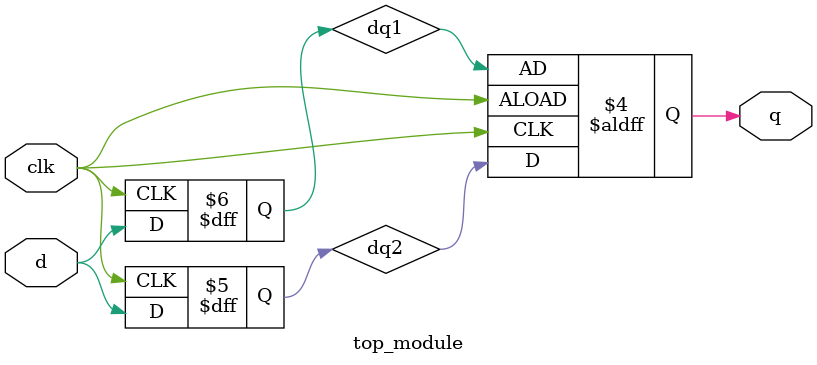
<source format=sv>
module top_module(
	input clk,
	input d,
	output reg q);

    reg dq1, dq2;

    always @(posedge clk) begin
        dq1 <= d;
    end

    always @(negedge clk) begin
        dq2 <= d;
    end

    always @(posedge clk or negedge clk) begin
        if(clk)
            q <= dq1;
        else
            q <= dq2;
    end

endmodule

</source>
